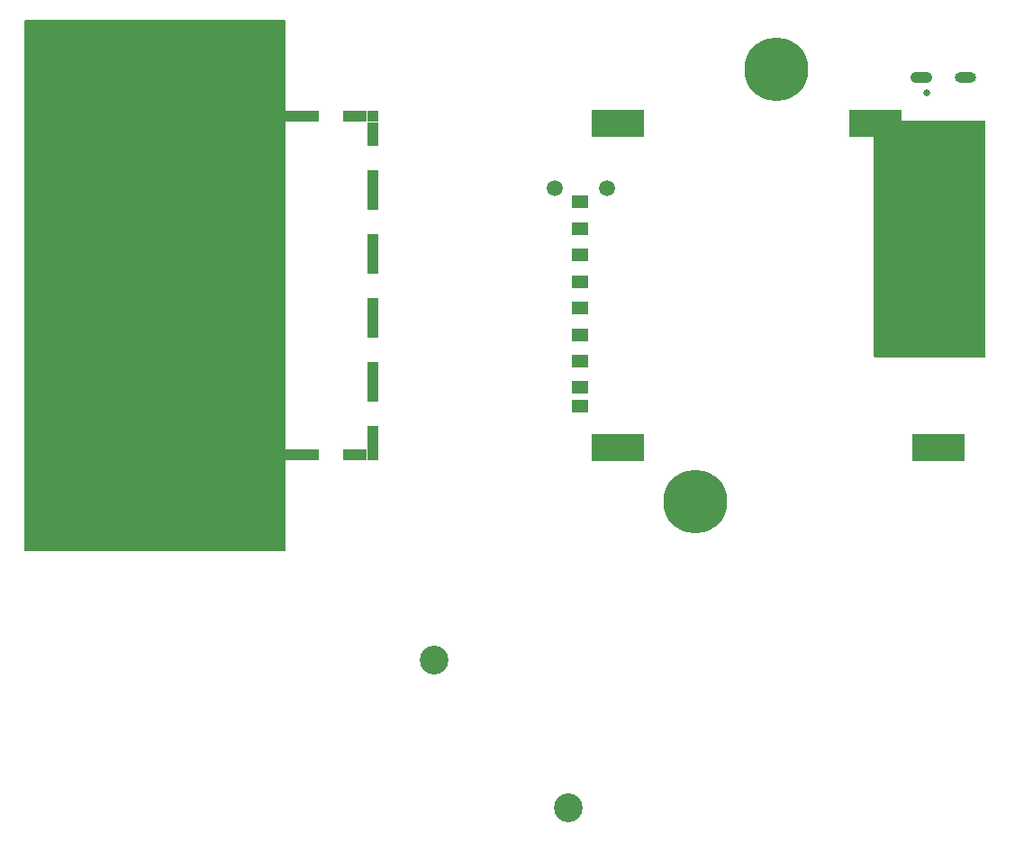
<source format=gbr>
%TF.GenerationSoftware,KiCad,Pcbnew,6.0.4-6f826c9f35~116~ubuntu20.04.1*%
%TF.CreationDate,2022-05-03T12:56:29+00:00*%
%TF.ProjectId,USTSIPIN01A,55535453-4950-4494-9e30-31412e6b6963,REV*%
%TF.SameCoordinates,Original*%
%TF.FileFunction,Soldermask,Top*%
%TF.FilePolarity,Negative*%
%FSLAX46Y46*%
G04 Gerber Fmt 4.6, Leading zero omitted, Abs format (unit mm)*
G04 Created by KiCad (PCBNEW 6.0.4-6f826c9f35~116~ubuntu20.04.1) date 2022-05-03 12:56:29*
%MOMM*%
%LPD*%
G01*
G04 APERTURE LIST*
%ADD10C,0.150000*%
%ADD11C,6.000000*%
%ADD12C,1.524000*%
%ADD13R,3.800000X1.000000*%
%ADD14R,1.000000X3.800000*%
%ADD15R,1.000000X1.000000*%
%ADD16R,1.000000X2.300000*%
%ADD17R,2.300000X1.000000*%
%ADD18C,1.500000*%
%ADD19R,1.600000X1.200000*%
%ADD20R,5.000000X2.500000*%
%ADD21C,0.650000*%
%ADD22O,2.000000X1.000000*%
%ADD23O,2.100000X1.050000*%
%ADD24C,2.700000*%
G04 APERTURE END LIST*
D10*
G36*
X24892000Y508000D02*
G01*
X508000Y508000D01*
X508000Y50292000D01*
X24892000Y50292000D01*
X24892000Y508000D01*
G37*
X24892000Y508000D02*
X508000Y508000D01*
X508000Y50292000D01*
X24892000Y50292000D01*
X24892000Y508000D01*
D11*
%TO.C,M2*%
X71120000Y45720000D03*
%TD*%
%TO.C,M3*%
X5080000Y45720000D03*
%TD*%
%TO.C,M4*%
X5080000Y5080000D03*
%TD*%
D12*
%TO.C,D2*%
X15360000Y34190000D03*
X10360000Y34190000D03*
%TD*%
D11*
%TO.C,M1*%
X63500000Y5080000D03*
%TD*%
D13*
%TO.C,M8*%
X26272000Y9500000D03*
D14*
X1372000Y22400000D03*
D15*
X33172000Y9500000D03*
D13*
X8272000Y41300000D03*
X26272000Y41300000D03*
X14272000Y41300000D03*
D14*
X33172000Y34400000D03*
D13*
X20272000Y41300000D03*
D14*
X1372000Y28400000D03*
X33172000Y22400000D03*
D16*
X33172000Y11150000D03*
D14*
X1372000Y16400000D03*
D17*
X31522000Y9500000D03*
D13*
X20272000Y9500000D03*
D14*
X1372000Y34400000D03*
D13*
X8272000Y9500000D03*
D15*
X1372000Y41300000D03*
X1372000Y9500000D03*
D14*
X33172000Y16400000D03*
D16*
X1372000Y39650000D03*
X1372000Y11150000D03*
D17*
X31522000Y41300000D03*
D14*
X33172000Y28400000D03*
D13*
X14272000Y9500000D03*
D15*
X33172000Y41300000D03*
D16*
X33172000Y39650000D03*
D17*
X3022000Y41300000D03*
X3022000Y9500000D03*
%TD*%
D18*
%TO.C,Y1*%
X50292000Y34544000D03*
X55172000Y34544000D03*
%TD*%
D19*
%TO.C,J2*%
X52700000Y30790000D03*
X52700000Y28290000D03*
X52700000Y25790000D03*
X52700000Y23290000D03*
X52700000Y20790000D03*
X52700000Y18290000D03*
X52700000Y15860000D03*
X52700000Y14060000D03*
X52700000Y33290000D03*
D20*
X56200000Y40625000D03*
X56200000Y10175000D03*
X80400000Y40625000D03*
X86400000Y10175000D03*
%TD*%
D21*
%TO.C,J4*%
X85220000Y37750000D03*
X85220000Y43530000D03*
D22*
X88900000Y44960000D03*
X88900000Y36320000D03*
D23*
X84720000Y44960000D03*
X84720000Y36320000D03*
%TD*%
D24*
%TO.C,D4*%
X51587918Y-23670400D03*
%TD*%
%TO.C,D3*%
X38927918Y-9770400D03*
%TD*%
G36*
X90747121Y40873998D02*
G01*
X90793614Y40820342D01*
X90805000Y40768000D01*
X90805000Y18795000D01*
X90784998Y18726879D01*
X90731342Y18680386D01*
X90679000Y18669000D01*
X80390000Y18669000D01*
X80321879Y18689002D01*
X80275386Y18742658D01*
X80264000Y18795000D01*
X80264000Y40768000D01*
X80284002Y40836121D01*
X80337658Y40882614D01*
X80390000Y40894000D01*
X90679000Y40894000D01*
X90747121Y40873998D01*
G37*
M02*

</source>
